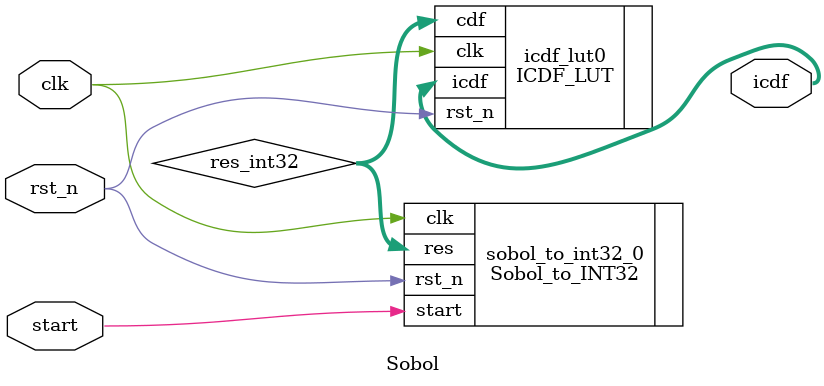
<source format=v>
module Sobol(
    input             clk,
    input             rst_n,
    input             start,
    output     [12:0] icdf
);

// ========== wire and reg ===================
wire [31:0] res_int32;

// ========== Sequential =====================

// ========== module instantiation ===========
Sobol_to_INT32 sobol_to_int32_0(
    .clk(clk),
    .rst_n(rst_n),
    .start(start),
    .res(res_int32)
);

ICDF_LUT icdf_lut0(
    .clk(clk),
    .rst_n(rst_n),
    .cdf(res_int32),
    .icdf(icdf)
);

endmodule
</source>
